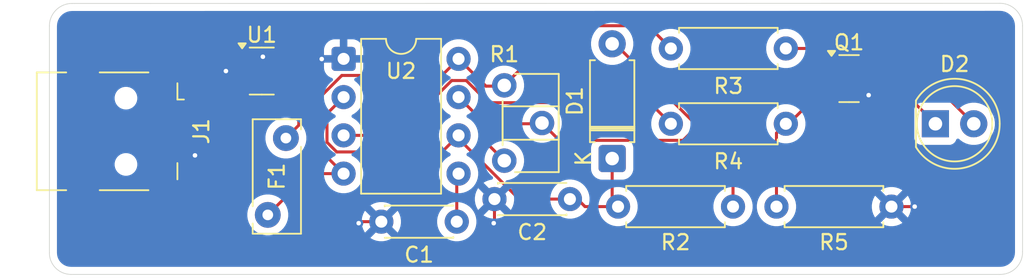
<source format=kicad_pcb>
(kicad_pcb (version 20241229) (generator "pcbnew") (generator_version "9.0")
  (layers (0 "F.Cu" signal) (2 "B.Cu" signal) (13 "F.Paste" user) (15 "B.Paste" user) (5 "F.SilkS" user "F.Silkscreen") (7 "B.SilkS" user "B.Silkscreen") (1 "F.Mask" user) (3 "B.Mask" user) (25 "Edge.Cuts" user))
  (net 0 "")
  (net 1 "/Control")
  (net 2 "GND")
  (net 3 "/FREQ_SEL")
  (net 4 "/PLF_555")
  (net 5 "/DISCH")
  (net 6 "/LED_DRN")
  (net 7 "Net-(D2-A)")
  (net 8 "/VB_ESD_PLF")
  (net 9 "/D+")
  (net 10 "/D-")
  (net 11 "/R_GT")
  (net 12 "/OUT_R")
  (footprint "LED_THT:LED_D5.0mm" (layer "F.Cu") (at 175.225 89.5)
    (property "Reference" "D2" (at 1.27 -3.96 0) (layer "F.SilkS"))
    (property "Value" "LED")
    (fp_line (start -1.29 -1.545) (end -1.29 1.545) (stroke (width 0.12)) (layer "F.SilkS"))
    (fp_arc (start -1.29 -1.54483) (mid 2.071779 -2.880495) (end 4.26 0) (stroke (width 0.12)) (layer "F.SilkS"))
    (fp_arc (start 4.26 0) (mid 2.071779 2.880495) (end -1.29 1.54483) (stroke (width 0.12)) (layer "F.SilkS"))
    (fp_circle (center 1.27 0) (end 3.77 0) (stroke (width 0.12)) (fill no) (layer "F.SilkS"))
    (pad "1" thru_hole rect (at 0 0) (size 1.8 1.8) (drill 0.9) (layers "*.Cu" "*.Mask") (net 6 "/LED_DRN"))
    (pad "2" thru_hole circle (at 2.54 0) (size 1.8 1.8) (drill 0.9) (layers "*.Cu" "*.Mask") (net 7 "Net-(D2-A)"))
  )
  (footprint "Capacitor_THT:C_Disc_D4.3mm_W1.9mm_P5.00mm" (layer "F.Cu") (at 143.5 96 180)
    (property "Reference" "C1" (at 2.5 -2.2 180) (layer "F.SilkS"))
    (property "Value" "10u")
    (fp_line (start 4.77 1.07) (end 0.23 1.07) (stroke (width 0.12)) (layer "F.SilkS"))
    (fp_line (start 4.77 1.014) (end 4.77 1.07) (stroke (width 0.12)) (layer "F.SilkS"))
    (fp_line (start 0.23 -1.014) (end 0.23 -1.07) (stroke (width 0.12)) (layer "F.SilkS"))
    (fp_line (start 0.23 -1.07) (end 4.77 -1.07) (stroke (width 0.12)) (layer "F.SilkS"))
    (pad "1" thru_hole circle (at 0 0 180) (size 1.6 1.6) (drill 0.8) (layers "*.Cu" "*.Mask") (net 1 "/Control"))
    (pad "2" thru_hole circle (at 5 0 180) (size 1.6 1.6) (drill 0.8) (layers "*.Cu" "*.Mask") (net 2 "GND"))
  )
  (footprint "Connector_USB:USB_Mini-B_Lumberg_2486_01_Horizontal" (layer "F.Cu") (at 121.575 90 -90)
    (property "Reference" "J1" (at 0 -5 90) (layer "F.SilkS"))
    (property "Value" "USB_B")
    (fp_line (start -3.91 5.91) (end -3.91 3.96) (stroke (width 0.12)) (layer "F.SilkS"))
    (fp_line (start 3.91 5.91) (end -3.91 5.91) (stroke (width 0.12)) (layer "F.SilkS"))
    (fp_line (start 3.91 5.91) (end 3.91 3.96) (stroke (width 0.12)) (layer "F.SilkS"))
    (fp_line (start -3.91 1.74) (end -3.91 -1.49) (stroke (width 0.12)) (layer "F.SilkS"))
    (fp_line (start 3.91 1.74) (end 3.91 -1.49) (stroke (width 0.12)) (layer "F.SilkS"))
    (fp_line (start -3.19 -3.41) (end -2.11 -3.41) (stroke (width 0.12)) (layer "F.SilkS"))
    (fp_line (start -2.11 -3.41) (end -2.11 -3.84) (stroke (width 0.12)) (layer "F.SilkS"))
    (fp_line (start 2.11 -3.41) (end 3.19 -3.41) (stroke (width 0.12)) (layer "F.SilkS"))
    (pad "" np_thru_hole circle (at -2.2 0 270) (size 1 1) (drill 1) (layers "*.Cu" "*.Mask"))
    (pad "" np_thru_hole circle (at 2.2 0 270) (size 1 1) (drill 1) (layers "*.Cu" "*.Mask"))
    (pad "1" smd rect (at -1.6 -2.7 270) (size 0.5 2) (layers "F.Cu" "F.Mask" "F.Paste") (net 8 "/VB_ESD_PLF"))
    (pad "2" smd rect (at -0.8 -2.7 270) (size 0.5 2) (layers "F.Cu" "F.Mask" "F.Paste") (net 10 "/D-"))
    (pad "3" smd rect (at 0 -2.7 270) (size 0.5 2) (layers "F.Cu" "F.Mask" "F.Paste") (net 9 "/D+"))
    (pad "4" smd rect (at 0.8 -2.7 270) (size 0.5 2) (layers "F.Cu" "F.Mask" "F.Paste") (net 2 "GND"))
    (pad "5" smd rect (at 1.6 -2.7 270) (size 0.5 2) (layers "F.Cu" "F.Mask" "F.Paste") (net 2 "GND"))
    (pad "6" smd rect (at -4.45 -2.6 270) (size 2 1.7) (layers "F.Cu" "F.Mask" "F.Paste"))
    (pad "6" smd rect (at -4.45 2.85 270) (size 2 1.7) (layers "F.Cu" "F.Mask" "F.Paste"))
    (pad "6" smd rect (at 4.45 -2.6 270) (size 2 1.7) (layers "F.Cu" "F.Mask" "F.Paste"))
    (pad "6" smd rect (at 4.45 2.85 270) (size 2 1.7) (layers "F.Cu" "F.Mask" "F.Paste"))
  )
  (footprint "Potentiometer_THT:Potentiometer_ACP_CA6-H2,5_Horizontal" (layer "F.Cu") (at 146.65 86.95)
    (property "Reference" "R1" (at 0 -2.06 0) (layer "F.SilkS"))
    (property "Value" "R_Potentiometer")
    (fp_line (start -0.11 1.39) (end 3.61 1.39) (stroke (width 0.12)) (layer "F.SilkS"))
    (fp_line (start -0.11 3.61) (end -0.11 1.39) (stroke (width 0.12)) (layer "F.SilkS"))
    (fp_line (start -0.11 3.966) (end -0.11 1.034) (stroke (width 0.12)) (layer "F.SilkS"))
    (fp_line (start 0.71 -0.76) (end 3.61 -0.76) (stroke (width 0.12)) (layer "F.SilkS"))
    (fp_line (start 3.61 -0.76) (end 3.61 5.76) (stroke (width 0.12)) (layer "F.SilkS"))
    (fp_line (start 3.61 1.39) (end 3.61 3.61) (stroke (width 0.12)) (layer "F.SilkS"))
    (fp_line (start 3.61 3.61) (end -0.11 3.61) (stroke (width 0.12)) (layer "F.SilkS"))
    (fp_line (start 3.61 5.76) (end 0.71 5.76) (stroke (width 0.12)) (layer "F.SilkS"))
    (pad "1" thru_hole circle (at 0 0) (size 1.62 1.62) (drill 0.9) (layers "*.Cu" "*.Mask") (net 4 "/PLF_555"))
    (pad "2" thru_hole circle (at 2.5 2.5) (size 1.62 1.62) (drill 0.9) (layers "*.Cu" "*.Mask") (net 5 "/DISCH"))
    (pad "3" thru_hole circle (at 0 5) (size 1.62 1.62) (drill 0.9) (layers "*.Cu" "*.Mask") (net 5 "/DISCH"))
  )
  (footprint "Package_TO_SOT_SMD:SOT-23-6" (layer "F.Cu") (at 130.575 86)
    (property "Reference" "U1" (at 0 -2.4 0) (layer "F.SilkS"))
    (property "Value" "USBLC6-2SC6" (hide yes))
    (fp_line (start 0 -1.56) (end -0.8 -1.56) (stroke (width 0.12)) (layer "F.SilkS"))
    (fp_line (start 0 -1.56) (end 0.8 -1.56) (stroke (width 0.12)) (layer "F.SilkS"))
    (fp_line (start 0 1.56) (end -0.8 1.56) (stroke (width 0.12)) (layer "F.SilkS"))
    (fp_line (start 0 1.56) (end 0.8 1.56) (stroke (width 0.12)) (layer "F.SilkS"))
    (fp_poly (pts (xy -1.3 -1.51) (xy -1.54 -1.84) (xy -1.06 -1.84)) (stroke (width 0.12)) (fill yes) (layer "F.SilkS"))
    (pad "1" smd roundrect (at -1.1375 -0.95) (size 1.325 0.6) (layers "F.Cu" "F.Mask" "F.Paste") (net 10 "/D-"))
    (pad "2" smd roundrect (at -1.1375 0) (size 1.325 0.6) (layers "F.Cu" "F.Mask" "F.Paste") (net 2 "GND"))
    (pad "3" smd roundrect (at -1.1375 0.95) (size 1.325 0.6) (layers "F.Cu" "F.Mask" "F.Paste") (net 9 "/D+"))
    (pad "4" smd roundrect (at 1.1375 0.95) (size 1.325 0.6) (layers "F.Cu" "F.Mask" "F.Paste") (net 2 "GND"))
    (pad "5" smd roundrect (at 1.1375 0) (size 1.325 0.6) (layers "F.Cu" "F.Mask" "F.Paste") (net 8 "/VB_ESD_PLF"))
    (pad "6" smd roundrect (at 1.1375 -0.95) (size 1.325 0.6) (layers "F.Cu" "F.Mask" "F.Paste") (net 2 "GND"))
  )
  (footprint "Resistor_THT:R_Axial_DIN0207_L6.3mm_D2.5mm_P7.62mm_Horizontal" (layer "F.Cu") (at 165.31 84.5 180)
    (property "Reference" "R3" (at 3.81 -2.5 0) (layer "F.SilkS"))
    (property "Value" "220")
    (fp_line (start 7.08 1.37) (end 7.08 1.04) (stroke (width 0.12)) (layer "F.SilkS"))
    (fp_line (start 7.08 -1.37) (end 7.08 -1.04) (stroke (width 0.12)) (layer "F.SilkS"))
    (fp_line (start 0.54 1.37) (end 7.08 1.37) (stroke (width 0.12)) (layer "F.SilkS"))
    (fp_line (start 0.54 1.04) (end 0.54 1.37) (stroke (width 0.12)) (layer "F.SilkS"))
    (fp_line (start 0.54 -1.04) (end 0.54 -1.37) (stroke (width 0.12)) (layer "F.SilkS"))
    (fp_line (start 0.54 -1.37) (end 7.08 -1.37) (stroke (width 0.12)) (layer "F.SilkS"))
    (pad "1" thru_hole circle (at 0 0 180) (size 1.6 1.6) (drill 0.8) (layers "*.Cu" "*.Mask") (net 7 "Net-(D2-A)"))
    (pad "2" thru_hole circle (at 7.62 0 180) (size 1.6 1.6) (drill 0.8) (layers "*.Cu" "*.Mask") (net 4 "/PLF_555"))
  )
  (footprint "Resistor_THT:R_Axial_DIN0207_L6.3mm_D2.5mm_P7.62mm_Horizontal" (layer "F.Cu") (at 161.81 95 180)
    (property "Reference" "R2" (at 3.81 -2.37 0) (layer "F.SilkS"))
    (property "Value" "1k")
    (fp_line (start 7.08 1.37) (end 7.08 1.04) (stroke (width 0.12)) (layer "F.SilkS"))
    (fp_line (start 7.08 -1.37) (end 7.08 -1.04) (stroke (width 0.12)) (layer "F.SilkS"))
    (fp_line (start 0.54 1.37) (end 7.08 1.37) (stroke (width 0.12)) (layer "F.SilkS"))
    (fp_line (start 0.54 1.04) (end 0.54 1.37) (stroke (width 0.12)) (layer "F.SilkS"))
    (fp_line (start 0.54 -1.04) (end 0.54 -1.37) (stroke (width 0.12)) (layer "F.SilkS"))
    (fp_line (start 0.54 -1.37) (end 7.08 -1.37) (stroke (width 0.12)) (layer "F.SilkS"))
    (pad "1" thru_hole circle (at 0 0 180) (size 1.6 1.6) (drill 0.8) (layers "*.Cu" "*.Mask") (net 5 "/DISCH"))
    (pad "2" thru_hole circle (at 7.62 0 180) (size 1.6 1.6) (drill 0.8) (layers "*.Cu" "*.Mask") (net 3 "/FREQ_SEL"))
  )
  (footprint "Resistor_THT:R_Axial_DIN0207_L6.3mm_D2.5mm_P7.62mm_Horizontal" (layer "F.Cu") (at 172.31 95 180)
    (property "Reference" "R5" (at 3.81 -2.37 0) (layer "F.SilkS"))
    (property "Value" "100k")
    (fp_line (start 7.08 1.37) (end 7.08 1.04) (stroke (width 0.12)) (layer "F.SilkS"))
    (fp_line (start 7.08 -1.37) (end 7.08 -1.04) (stroke (width 0.12)) (layer "F.SilkS"))
    (fp_line (start 0.54 1.37) (end 7.08 1.37) (stroke (width 0.12)) (layer "F.SilkS"))
    (fp_line (start 0.54 1.04) (end 0.54 1.37) (stroke (width 0.12)) (layer "F.SilkS"))
    (fp_line (start 0.54 -1.04) (end 0.54 -1.37) (stroke (width 0.12)) (layer "F.SilkS"))
    (fp_line (start 0.54 -1.37) (end 7.08 -1.37) (stroke (width 0.12)) (layer "F.SilkS"))
    (pad "1" thru_hole circle (at 0 0 180) (size 1.6 1.6) (drill 0.8) (layers "*.Cu" "*.Mask") (net 2 "GND"))
    (pad "2" thru_hole circle (at 7.62 0 180) (size 1.6 1.6) (drill 0.8) (layers "*.Cu" "*.Mask") (net 11 "/R_GT"))
  )
  (footprint "Capacitor_THT:C_Disc_D4.3mm_W1.9mm_P5.00mm" (layer "F.Cu") (at 151 94.5 180)
    (property "Reference" "C2" (at 2.5 -2.2 0) (layer "F.SilkS"))
    (property "Value" "100n" (hide yes))
    (fp_line (start 4.77 1.07) (end 0.23 1.07) (stroke (width 0.12)) (layer "F.SilkS"))
    (fp_line (start 4.77 1.014) (end 4.77 1.07) (stroke (width 0.12)) (layer "F.SilkS"))
    (fp_line (start 0.23 -1.014) (end 0.23 -1.07) (stroke (width 0.12)) (layer "F.SilkS"))
    (fp_line (start 0.23 -1.07) (end 4.77 -1.07) (stroke (width 0.12)) (layer "F.SilkS"))
    (pad "1" thru_hole circle (at 0 0 180) (size 1.6 1.6) (drill 0.8) (layers "*.Cu" "*.Mask") (net 3 "/FREQ_SEL"))
    (pad "2" thru_hole circle (at 5 0 180) (size 1.6 1.6) (drill 0.8) (layers "*.Cu" "*.Mask") (net 2 "GND"))
  )
  (footprint "Diode_THT:D_A-405_P7.62mm_Horizontal" (layer "F.Cu") (at 153.8 91.81 90)
    (property "Reference" "D1" (at 3.81 -2.47 90) (layer "F.SilkS"))
    (property "Value" "D")
    (fp_line (start 6.53 -1.47) (end 6.53 -1.14) (stroke (width 0.12)) (layer "F.SilkS"))
    (fp_line (start 2.11 -1.47) (end 2.11 1.47) (stroke (width 0.12)) (layer "F.SilkS"))
    (fp_line (start 1.99 -1.47) (end 1.99 1.47) (stroke (width 0.12)) (layer "F.SilkS"))
    (fp_line (start 1.87 -1.47) (end 1.87 1.47) (stroke (width 0.12)) (layer "F.SilkS"))
    (fp_line (start 1.09 -1.47) (end 6.53 -1.47) (stroke (width 0.12)) (layer "F.SilkS"))
    (fp_line (start 1.09 -1.14) (end 1.09 -1.47) (stroke (width 0.12)) (layer "F.SilkS"))
    (fp_line (start 1.09 1.14) (end 1.09 1.47) (stroke (width 0.12)) (layer "F.SilkS"))
    (fp_line (start 6.53 1.47) (end 6.53 1.14) (stroke (width 0.12)) (layer "F.SilkS"))
    (fp_line (start 1.09 1.47) (end 6.53 1.47) (stroke (width 0.12)) (layer "F.SilkS"))
    (fp_text user "K" (at 0 -1.9 90) (layer "F.SilkS"))
    (pad "1" thru_hole roundrect (at 0 0 90) (size 1.8 1.8) (drill 0.9) (layers "*.Cu" "*.Mask") (roundrect_rratio 0.138889) (net 3 "/FREQ_SEL"))
    (pad "2" thru_hole circle (at 7.62 0 90) (size 1.8 1.8) (drill 0.9) (layers "*.Cu" "*.Mask") (net 5 "/DISCH"))
  )
  (footprint "Fuse:Fuse_Bourns_MF-RHT050" (layer "F.Cu") (at 132.175 90.45 -90)
    (property "Reference" "F1" (at 2.55 0.6 90) (layer "F.SilkS"))
    (property "Value" "Polyfuse")
    (fp_line (start -1.25 2.2) (end -1.25 -1) (stroke (width 0.12)) (layer "F.SilkS"))
    (fp_line (start 4.522 2.2) (end -1.25 2.2) (stroke (width 0.12)) (layer "F.SilkS"))
    (fp_line (start 6.35 2.2) (end 5.678 2.2) (stroke (width 0.12)) (layer "F.SilkS"))
    (fp_line (start -1.25 -1) (end -0.578 -1) (stroke (width 0.12)) (layer "F.SilkS"))
    (fp_line (start 0.578 -1) (end 6.35 -1) (stroke (width 0.12)) (layer "F.SilkS"))
    (fp_line (start 6.35 -1) (end 6.35 2.2) (stroke (width 0.12)) (layer "F.SilkS"))
    (pad "1" thru_hole circle (at 0 0 270) (size 1.71 1.71) (drill 0.71) (layers "*.Cu" "*.Mask") (net 8 "/VB_ESD_PLF"))
    (pad "2" thru_hole circle (at 5.1 1.2 270) (size 1.71 1.71) (drill 0.71) (layers "*.Cu" "*.Mask") (net 4 "/PLF_555"))
  )
  (footprint "Package_DIP:DIP-8_W7.62mm" (layer "F.Cu") (at 136 85.19)
    (property "Reference" "U2" (at 3.805 0.81 0) (layer "F.SilkS"))
    (property "Value" "NE555P" (hide yes))
    (fp_line (start 1.16 -1.33) (end 1.16 8.95) (stroke (width 0.12)) (layer "F.SilkS"))
    (fp_line (start 1.16 8.95) (end 6.46 8.95) (stroke (width 0.12)) (layer "F.SilkS"))
    (fp_line (start 2.81 -1.33) (end 1.16 -1.33) (stroke (width 0.12)) (layer "F.SilkS"))
    (fp_line (start 6.46 -1.33) (end 4.81 -1.33) (stroke (width 0.12)) (layer "F.SilkS"))
    (fp_line (start 6.46 8.95) (end 6.46 -1.33) (stroke (width 0.12)) (layer "F.SilkS"))
    (fp_arc (start 4.81 -1.33) (mid 3.81 -0.33) (end 2.81 -1.33) (stroke (width 0.12)) (layer "F.SilkS"))
    (pad "1" thru_hole roundrect (at 0 0) (size 1.6 1.6) (drill 0.8) (layers "*.Cu" "*.Mask") (roundrect_rratio 0.15625) (net 2 "GND"))
    (pad "2" thru_hole circle (at 0 2.54) (size 1.6 1.6) (drill 0.8) (layers "*.Cu" "*.Mask") (net 3 "/FREQ_SEL"))
    (pad "3" thru_hole circle (at 0 5.08) (size 1.6 1.6) (drill 0.8) (layers "*.Cu" "*.Mask") (net 12 "/OUT_R"))
    (pad "4" thru_hole circle (at 0 7.62) (size 1.6 1.6) (drill 0.8) (layers "*.Cu" "*.Mask") (net 4 "/PLF_555"))
    (pad "5" thru_hole circle (at 7.62 7.62) (size 1.6 1.6) (drill 0.8) (layers "*.Cu" "*.Mask") (net 1 "/Control"))
    (pad "6" thru_hole circle (at 7.62 5.08) (size 1.6 1.6) (drill 0.8) (layers "*.Cu" "*.Mask") (net 3 "/FREQ_SEL"))
    (pad "7" thru_hole circle (at 7.62 2.54) (size 1.6 1.6) (drill 0.8) (layers "*.Cu" "*.Mask") (net 5 "/DISCH"))
    (pad "8" thru_hole circle (at 7.62 0) (size 1.6 1.6) (drill 0.8) (layers "*.Cu" "*.Mask") (net 4 "/PLF_555"))
  )
  (footprint "Package_TO_SOT_SMD:SOT-23" (layer "F.Cu") (at 169.5 86.5)
    (property "Reference" "Q1" (at 0 -2.4 0) (layer "F.SilkS"))
    (property "Value" "NMOS")
    (fp_line (start 0 -1.56) (end -0.65 -1.56) (stroke (width 0.12)) (layer "F.SilkS"))
    (fp_line (start 0 -1.56) (end 0.65 -1.56) (stroke (width 0.12)) (layer "F.SilkS"))
    (fp_line (start 0 1.56) (end -0.65 1.56) (stroke (width 0.12)) (layer "F.SilkS"))
    (fp_line (start 0 1.56) (end 0.65 1.56) (stroke (width 0.12)) (layer "F.SilkS"))
    (fp_poly (pts (xy -1.1625 -1.51) (xy -1.4025 -1.84) (xy -0.9225 -1.84)) (stroke (width 0.12)) (fill yes) (layer "F.SilkS"))
    (pad "1" smd roundrect (at -0.9375 -0.95) (size 1.475 0.6) (layers "F.Cu" "F.Mask" "F.Paste") (net 6 "/LED_DRN"))
    (pad "2" smd roundrect (at -0.9375 0.95) (size 1.475 0.6) (layers "F.Cu" "F.Mask" "F.Paste") (net 11 "/R_GT"))
    (pad "3" smd roundrect (at 0.9375 0) (size 1.475 0.6) (layers "F.Cu" "F.Mask" "F.Paste") (net 2 "GND"))
  )
  (footprint "Resistor_THT:R_Axial_DIN0207_L6.3mm_D2.5mm_P7.62mm_Horizontal" (layer "F.Cu") (at 157.69 89.5)
    (property "Reference" "R4" (at 3.81 2.5 0) (layer "F.SilkS"))
    (property "Value" "100" (hide yes))
    (fp_line (start 0.54 -1.37) (end 7.08 -1.37) (stroke (width 0.12)) (layer "F.SilkS"))
    (fp_line (start 0.54 -1.04) (end 0.54 -1.37) (stroke (width 0.12)) (layer "F.SilkS"))
    (fp_line (start 0.54 1.04) (end 0.54 1.37) (stroke (width 0.12)) (layer "F.SilkS"))
    (fp_line (start 0.54 1.37) (end 7.08 1.37) (stroke (width 0.12)) (layer "F.SilkS"))
    (fp_line (start 7.08 -1.37) (end 7.08 -1.04) (stroke (width 0.12)) (layer "F.SilkS"))
    (fp_line (start 7.08 1.37) (end 7.08 1.04) (stroke (width 0.12)) (layer "F.SilkS"))
    (pad "1" thru_hole circle (at 0 0) (size 1.6 1.6) (drill 0.8) (layers "*.Cu" "*.Mask") (net 12 "/OUT_R"))
    (pad "2" thru_hole circle (at 7.62 0) (size 1.6 1.6) (drill 0.8) (layers "*.Cu" "*.Mask") (net 11 "/R_GT"))
  )
  (gr_arc (start 116.50084 83.01066) (mid 116.94 81.949793) (end 118.000879 81.510661) (stroke (width 0.05)) (layer "Edge.Cuts"))
  (gr_line (start 116.5 98.059997) (end 116.5 83.01066) (stroke (width 0.05)) (layer "Edge.Cuts"))
  (gr_line (start 181 83) (end 181 98) (stroke (width 0.05)) (layer "Edge.Cuts"))
  (gr_arc (start 181 98) (mid 180.569663 99.069663) (end 179.5 99.5) (stroke (width 0.05)) (layer "Edge.Cuts"))
  (gr_arc (start 117.920467 99.5) (mid 116.911952 99.074243) (end 116.500033 98.059997) (stroke (width 0.05)) (layer "Edge.Cuts"))
  (gr_line (start 179.5 99.5) (end 117.920585 99.5) (stroke (width 0.05)) (layer "Edge.Cuts"))
  (gr_line (start 118.0107 81.51066) (end 179.469585 81.500259) (stroke (width 0.05)) (layer "Edge.Cuts"))
  (gr_arc (start 179.469585 81.500259) (mid 180.549887 81.928606) (end 181.000049 83) (stroke (width 0.05)) (layer "Edge.Cuts"))
  (segment (start 143.5 92.93) (end 143.62 92.81) (width 0.2) (layer "F.Cu") (net 1))
  (segment (start 143.5 96) (end 143.5 92.93) (width 0.2) (layer "F.Cu") (net 1))
  (segment (start 146 96.05) (end 145.95 96.1) (width 0.2) (layer "F.Cu") (net 2))
  (segment (start 124.275 91.6) (end 126.15 91.6) (width 0.2) (layer "F.Cu") (net 2))
  (segment (start 131.358032 86.95) (end 131.7125 86.95) (width 0.2) (layer "F.Cu") (net 2))
  (segment (start 134.56 85.19) (end 134.55 85.2) (width 0.2) (layer "F.Cu") (net 2))
  (segment (start 129.4375 86) (end 130.408032 86) (width 0.2) (layer "F.Cu") (net 2))
  (segment (start 136 85.19) (end 134.56 85.19) (width 0.2) (layer "F.Cu") (net 2))
  (segment (start 131.7125 85.05) (end 130.65 85.05) (width 0.2) (layer "F.Cu") (net 2))
  (segment (start 138.5 96) (end 137.1 96) (width 0.2) (layer "F.Cu") (net 2))
  (segment (start 170.4375 87.2375) (end 170.8 87.6) (width 0.2) (layer "F.Cu") (net 2))
  (segment (start 130.408032 86) (end 131.358032 86.95) (width 0.2) (layer "F.Cu") (net 2))
  (segment (start 137.1 96) (end 137 96.1) (width 0.2) (layer "F.Cu") (net 2))
  (segment (start 129.4375 86) (end 128.2 86) (width 0.2) (layer "F.Cu") (net 2))
  (segment (start 146 94.5) (end 146 96.05) (width 0.2) (layer "F.Cu") (net 2))
  (segment (start 172.31 95) (end 173.85 95) (width 0.2) (layer "F.Cu") (net 2))
  (segment (start 124.275 91.6) (end 124.275 90.8) (width 0.2) (layer "F.Cu") (net 2))
  (segment (start 170.4375 86.5) (end 170.4375 87.2375) (width 0.2) (layer "F.Cu") (net 2))
  (via (at 128.2 86) (size 0.6) (drill 0.3) (layers "F.Cu" "B.Cu") (net 2))
  (via (at 130.65 85.05) (size 0.6) (drill 0.3) (layers "F.Cu" "B.Cu") (net 2))
  (via (at 170.8 87.6) (size 0.6) (drill 0.3) (layers "F.Cu" "B.Cu") (net 2))
  (via (at 173.85 95) (size 0.6) (drill 0.3) (layers "F.Cu" "B.Cu") (net 2))
  (via (at 126.15 91.6) (size 0.6) (drill 0.3) (layers "F.Cu" "B.Cu") (net 2))
  (via (at 137 96.1) (size 0.6) (drill 0.3) (layers "F.Cu" "B.Cu") (net 2))
  (via (at 134.55 85.2) (size 0.6) (drill 0.3) (layers "F.Cu" "B.Cu") (net 2))
  (via (at 145.95 96.1) (size 0.6) (drill 0.3) (layers "F.Cu" "B.Cu") (net 2))
  (segment (start 147.628808 94.5) (end 151 94.5) (width 0.2) (layer "F.Cu") (net 3))
  (segment (start 143.62 90.27) (end 142.519 91.371) (width 0.2) (layer "F.Cu") (net 3))
  (segment (start 153.8 94.61) (end 154.19 95) (width 0.2) (layer "F.Cu") (net 3))
  (segment (start 143.62 90.27) (end 143.62 90.491192) (width 0.2) (layer "F.Cu") (net 3))
  (segment (start 143.62 90.491192) (end 147.628808 94.5) (width 0.2) (layer "F.Cu") (net 3))
  (segment (start 153.8 91.81) (end 153.8 94.61) (width 0.2) (layer "F.Cu") (net 3))
  (segment (start 142.519 91.371) (end 135.54395 91.371) (width 0.2) (layer "F.Cu") (net 3))
  (segment (start 151.5 94.5) (end 152 95) (width 0.2) (layer "F.Cu") (net 3))
  (segment (start 151 94.5) (end 151.5 94.5) (width 0.2) (layer "F.Cu") (net 3))
  (segment (start 134.899 88.831) (end 136 87.73) (width 0.2) (layer "F.Cu") (net 3))
  (segment (start 134.899 90.72605) (end 134.899 88.831) (width 0.2) (layer "F.Cu") (net 3))
  (segment (start 135.54395 91.371) (end 134.899 90.72605) (width 0.2) (layer "F.Cu") (net 3))
  (segment (start 152 95) (end 154.19 95) (width 0.2) (layer "F.Cu") (net 3))
  (segment (start 156.179 82.989) (end 157.69 84.5) (width 0.2) (layer "F.Cu") (net 4))
  (segment (start 146.65 86.95) (end 150.611 82.989) (width 0.2) (layer "F.Cu") (net 4))
  (segment (start 136 92.81) (end 134.498 91.308) (width 0.2) (layer "F.Cu") (net 4))
  (segment (start 142.519 86.291) (end 143.62 85.19) (width 0.2) (layer "F.Cu") (net 4))
  (segment (start 145.43 87) (end 146.5 87) (width 0.2) (layer "F.Cu") (net 4))
  (segment (start 130.975 95.55) (end 133.715 92.81) (width 0.2) (layer "F.Cu") (net 4))
  (segment (start 135.88195 86.291) (end 142.519 86.291) (width 0.2) (layer "F.Cu") (net 4))
  (segment (start 134.498 91.308) (end 134.498 87.67495) (width 0.2) (layer "F.Cu") (net 4))
  (segment (start 150.611 82.989) (end 156.179 82.989) (width 0.2) (layer "F.Cu") (net 4))
  (segment (start 143.62 85.19) (end 145.43 87) (width 0.2) (layer "F.Cu") (net 4))
  (segment (start 133.715 92.81) (end 136 92.81) (width 0.2) (layer "F.Cu") (net 4))
  (segment (start 134.498 87.67495) (end 135.88195 86.291) (width 0.2) (layer "F.Cu") (net 4))
  (segment (start 149.15 89.45) (end 150.301 90.601) (width 0.2) (layer "F.Cu") (net 5))
  (segment (start 153.8 84.19) (end 153.99 84.19) (width 0.2) (layer "F.Cu") (net 5))
  (segment (start 143.62 87.73) (end 145.39 89.5) (width 0.2) (layer "F.Cu") (net 5))
  (segment (start 161.81 92.01) (end 161.81 95) (width 0.2) (layer "F.Cu") (net 5))
  (segment (start 145.39 89.5) (end 149 89.5) (width 0.2) (layer "F.Cu") (net 5))
  (segment (start 159.45 89.65) (end 161.81 92.01) (width 0.2) (layer "F.Cu") (net 5))
  (segment (start 146.65 91.95) (end 145.39 90.69) (width 0.2) (layer "F.Cu") (net 5))
  (segment (start 153.99 84.19) (end 159.45 89.65) (width 0.2) (layer "F.Cu") (net 5))
  (segment (start 158.499 90.601) (end 159.45 89.65) (width 0.2) (layer "F.Cu") (net 5))
  (segment (start 145.39 90.69) (end 145.39 89.5) (width 0.2) (layer "F.Cu") (net 5))
  (segment (start 150.301 90.601) (end 158.499 90.601) (width 0.2) (layer "F.Cu") (net 5))
  (segment (start 153.8 84.8) (end 153.8 84.19) (width 0.2) (layer "F.Cu") (net 5))
  (segment (start 171.275 85.55) (end 175.225 89.5) (width 0.2) (layer "F.Cu") (net 6))
  (segment (start 168.5625 85.55) (end 171.275 85.55) (width 0.2) (layer "F.Cu") (net 6))
  (segment (start 172.765 84.5) (end 177.765 89.5) (width 0.2) (layer "F.Cu") (net 7))
  (segment (start 165.31 84.5) (end 172.765 84.5) (width 0.2) (layer "F.Cu") (net 7))
  (segment (start 133.03 86.963032) (end 133.03 89.595) (width 0.2) (layer "F.Cu") (net 8))
  (segment (start 132.676 84.709032) (end 132.676 85.698999) (width 0.2) (layer "F.Cu") (net 8))
  (segment (start 127.1089 84.449) (end 132.415968 84.449) (width 0.2) (layer "F.Cu") (net 8))
  (segment (start 124.275 88.4) (end 126.674 86.001) (width 0.2) (layer "F.Cu") (net 8))
  (segment (start 132.415968 84.449) (end 132.676 84.709032) (width 0.2) (layer "F.Cu") (net 8))
  (segment (start 126.674 86.001) (end 126.674 84.8839) (width 0.2) (layer "F.Cu") (net 8))
  (segment (start 133.03 89.595) (end 132.175 90.45) (width 0.2) (layer "F.Cu") (net 8))
  (segment (start 132.066968 86) (end 133.03 86.963032) (width 0.2) (layer "F.Cu") (net 8))
  (segment (start 126.674 84.8839) (end 127.1089 84.449) (width 0.2) (layer "F.Cu") (net 8))
  (segment (start 131.7125 86) (end 132.066968 86) (width 0.2) (layer "F.Cu") (net 8))
  (segment (start 132.676 85.698999) (end 132.374999 86) (width 0.2) (layer "F.Cu") (net 8))
  (segment (start 132.374999 86) (end 131.7125 86) (width 0.2) (layer "F.Cu") (net 8))
  (segment (start 127.725 88.2) (end 127.725 86.95) (width 0.2) (layer "F.Cu") (net 9))
  (segment (start 125.925 90) (end 127.725 88.2) (width 0.2) (layer "F.Cu") (net 9))
  (segment (start 127.725 86.95) (end 129.4375 86.95) (width 0.2) (layer "F.Cu") (net 9))
  (segment (start 124.275 90) (end 125.925 90) (width 0.2) (layer "F.Cu") (net 9))
  (segment (start 127.075 85.05) (end 129.4375 85.05) (width 0.2) (layer "F.Cu") (net 10))
  (segment (start 125.475 89.2) (end 127.075 87.6) (width 0.2) (layer "F.Cu") (net 10))
  (segment (start 127.075 87.6) (end 127.075 85.05) (width 0.2) (layer "F.Cu") (net 10))
  (segment (start 124.275 89.2) (end 125.475 89.2) (width 0.2) (layer "F.Cu") (net 10))
  (segment (start 164.69 95) (end 164.69 90.12) (width 0.2) (layer "F.Cu") (net 11))
  (segment (start 164.69 90.12) (end 165.31 89.5) (width 0.2) (layer "F.Cu") (net 11))
  (segment (start 167.55 87.45) (end 168.5625 87.45) (width 0.2) (layer "F.Cu") (net 11))
  (segment (start 165.31 89.5) (end 165.5 89.5) (width 0.2) (layer "F.Cu") (net 11))
  (segment (start 165.5 89.5) (end 167.55 87.45) (width 0.2) (layer "F.Cu") (net 11))
  (segment (start 143.16395 86.629) (end 144.129 86.629) (width 0.2) (layer "F.Cu") (net 12))
  (segment (start 145.6 88.1) (end 156.29 88.1) (width 0.2) (layer "F.Cu") (net 12))
  (segment (start 139.52295 90.27) (end 143.16395 86.629) (width 0.2) (layer "F.Cu") (net 12))
  (segment (start 145.55 88.05) (end 145.6 88.1) (width 0.2) (layer "F.Cu") (net 12))
  (segment (start 136 90.27) (end 139.52295 90.27) (width 0.2) (layer "F.Cu") (net 12))
  (segment (start 156.29 88.1) (end 157.69 89.5) (width 0.2) (layer "F.Cu") (net 12))
  (segment (start 145.55 88.05) (end 145.611 88.111) (width 0.2) (layer "F.Cu") (net 12))
  (segment (start 144.129 86.629) (end 145.55 88.05) (width 0.2) (layer "F.Cu") (net 12))
  (zone (net 2) (net_name "GND") (layer "B.Cu") (connect_pads (clearance 0.5)) (min_thickness 0.25) (fill yes (thermal_gap 0.5) (thermal_bridge_width 0.5))
    (polygon (pts (xy 116.45 81.45) (xy 181.1 81.4) (xy 181.1 99.75) (xy 116.45 99.75)))
  )
)
</source>
